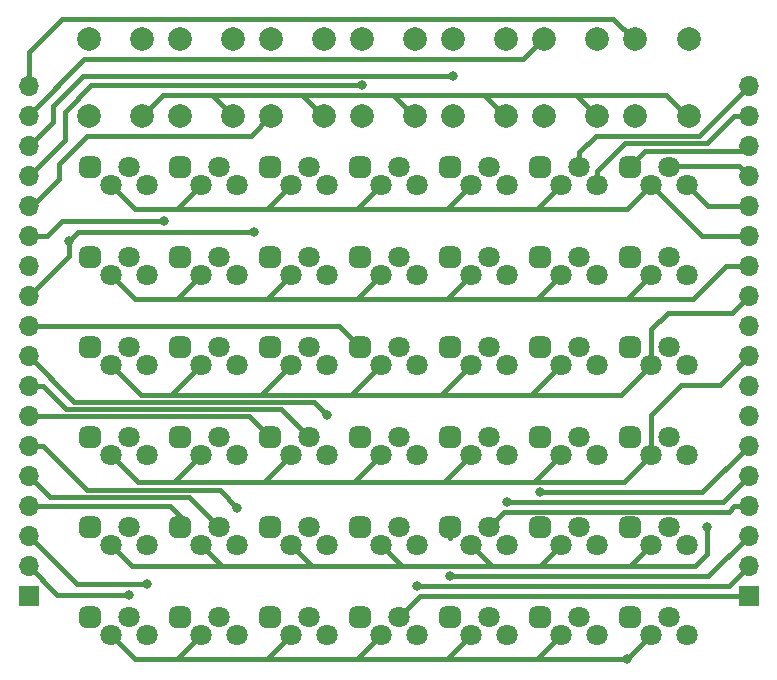
<source format=gbr>
G04 #@! TF.GenerationSoftware,KiCad,Pcbnew,5.1.6+dfsg1-1*
G04 #@! TF.CreationDate,2020-07-01T01:52:49-04:00*
G04 #@! TF.ProjectId,PCB,5043422e-6b69-4636-9164-5f7063625858,rev?*
G04 #@! TF.SameCoordinates,Original*
G04 #@! TF.FileFunction,Copper,L1,Top*
G04 #@! TF.FilePolarity,Positive*
%FSLAX46Y46*%
G04 Gerber Fmt 4.6, Leading zero omitted, Abs format (unit mm)*
G04 Created by KiCad (PCBNEW 5.1.6+dfsg1-1) date 2020-07-01 01:52:49*
%MOMM*%
%LPD*%
G01*
G04 APERTURE LIST*
G04 #@! TA.AperFunction,ComponentPad*
%ADD10C,2.000000*%
G04 #@! TD*
G04 #@! TA.AperFunction,ComponentPad*
%ADD11O,1.700000X1.700000*%
G04 #@! TD*
G04 #@! TA.AperFunction,ComponentPad*
%ADD12R,1.700000X1.700000*%
G04 #@! TD*
G04 #@! TA.AperFunction,ComponentPad*
%ADD13C,1.800000*%
G04 #@! TD*
G04 #@! TA.AperFunction,ViaPad*
%ADD14C,0.800000*%
G04 #@! TD*
G04 #@! TA.AperFunction,Conductor*
%ADD15C,0.381000*%
G04 #@! TD*
G04 APERTURE END LIST*
D10*
X236800000Y-53190000D03*
X241300000Y-53190000D03*
X236800000Y-59690000D03*
X241300000Y-59690000D03*
X229083330Y-53190000D03*
X233583330Y-53190000D03*
X229083330Y-59690000D03*
X233583330Y-59690000D03*
X221366664Y-53190000D03*
X225866664Y-53190000D03*
X221366664Y-59690000D03*
X225866664Y-59690000D03*
X213649998Y-53190000D03*
X218149998Y-53190000D03*
X213649998Y-59690000D03*
X218149998Y-59690000D03*
X205933332Y-53190000D03*
X210433332Y-53190000D03*
X205933332Y-59690000D03*
X210433332Y-59690000D03*
X198216666Y-53190000D03*
X202716666Y-53190000D03*
X198216666Y-59690000D03*
X202716666Y-59690000D03*
X190500000Y-53190000D03*
X195000000Y-53190000D03*
X190500000Y-59690000D03*
X195000000Y-59690000D03*
D11*
X246380000Y-57150000D03*
X246380000Y-59690000D03*
X246380000Y-62230000D03*
X246380000Y-64770000D03*
X246380000Y-67310000D03*
X246380000Y-69850000D03*
X246380000Y-72390000D03*
X246380000Y-74930000D03*
X246380000Y-77470000D03*
X246380000Y-80010000D03*
X246380000Y-82550000D03*
X246380000Y-85090000D03*
X246380000Y-87630000D03*
X246380000Y-90170000D03*
X246380000Y-92710000D03*
X246380000Y-95250000D03*
X246380000Y-97790000D03*
D12*
X246380000Y-100330000D03*
X185420000Y-100330000D03*
D11*
X185420000Y-97790000D03*
X185420000Y-95250000D03*
X185420000Y-92710000D03*
X185420000Y-90170000D03*
X185420000Y-87630000D03*
X185420000Y-85090000D03*
X185420000Y-82550000D03*
X185420000Y-80010000D03*
X185420000Y-77470000D03*
X185420000Y-74930000D03*
X185420000Y-72390000D03*
X185420000Y-69850000D03*
X185420000Y-67310000D03*
X185420000Y-64770000D03*
X185420000Y-62230000D03*
X185420000Y-59690000D03*
X185420000Y-57150000D03*
G04 #@! TA.AperFunction,ComponentPad*
G36*
G01*
X204967000Y-102558000D02*
X204967000Y-101658000D01*
G75*
G02*
X205417000Y-101208000I450000J0D01*
G01*
X206317000Y-101208000D01*
G75*
G02*
X206767000Y-101658000I0J-450000D01*
G01*
X206767000Y-102558000D01*
G75*
G02*
X206317000Y-103008000I-450000J0D01*
G01*
X205417000Y-103008000D01*
G75*
G02*
X204967000Y-102558000I0J450000D01*
G01*
G37*
G04 #@! TD.AperFunction*
D13*
X207645000Y-103632000D03*
X209169000Y-102108000D03*
X210693000Y-103632000D03*
G04 #@! TA.AperFunction,ComponentPad*
G36*
G01*
X235447000Y-102558000D02*
X235447000Y-101658000D01*
G75*
G02*
X235897000Y-101208000I450000J0D01*
G01*
X236797000Y-101208000D01*
G75*
G02*
X237247000Y-101658000I0J-450000D01*
G01*
X237247000Y-102558000D01*
G75*
G02*
X236797000Y-103008000I-450000J0D01*
G01*
X235897000Y-103008000D01*
G75*
G02*
X235447000Y-102558000I0J450000D01*
G01*
G37*
G04 #@! TD.AperFunction*
X238125000Y-103632000D03*
X239649000Y-102108000D03*
X241173000Y-103632000D03*
G04 #@! TA.AperFunction,ComponentPad*
G36*
G01*
X227827000Y-102558000D02*
X227827000Y-101658000D01*
G75*
G02*
X228277000Y-101208000I450000J0D01*
G01*
X229177000Y-101208000D01*
G75*
G02*
X229627000Y-101658000I0J-450000D01*
G01*
X229627000Y-102558000D01*
G75*
G02*
X229177000Y-103008000I-450000J0D01*
G01*
X228277000Y-103008000D01*
G75*
G02*
X227827000Y-102558000I0J450000D01*
G01*
G37*
G04 #@! TD.AperFunction*
X230505000Y-103632000D03*
X232029000Y-102108000D03*
X233553000Y-103632000D03*
G04 #@! TA.AperFunction,ComponentPad*
G36*
G01*
X220207000Y-102558000D02*
X220207000Y-101658000D01*
G75*
G02*
X220657000Y-101208000I450000J0D01*
G01*
X221557000Y-101208000D01*
G75*
G02*
X222007000Y-101658000I0J-450000D01*
G01*
X222007000Y-102558000D01*
G75*
G02*
X221557000Y-103008000I-450000J0D01*
G01*
X220657000Y-103008000D01*
G75*
G02*
X220207000Y-102558000I0J450000D01*
G01*
G37*
G04 #@! TD.AperFunction*
X222885000Y-103632000D03*
X224409000Y-102108000D03*
X225933000Y-103632000D03*
G04 #@! TA.AperFunction,ComponentPad*
G36*
G01*
X212587000Y-102558000D02*
X212587000Y-101658000D01*
G75*
G02*
X213037000Y-101208000I450000J0D01*
G01*
X213937000Y-101208000D01*
G75*
G02*
X214387000Y-101658000I0J-450000D01*
G01*
X214387000Y-102558000D01*
G75*
G02*
X213937000Y-103008000I-450000J0D01*
G01*
X213037000Y-103008000D01*
G75*
G02*
X212587000Y-102558000I0J450000D01*
G01*
G37*
G04 #@! TD.AperFunction*
X215265000Y-103632000D03*
X216789000Y-102108000D03*
X218313000Y-103632000D03*
G04 #@! TA.AperFunction,ComponentPad*
G36*
G01*
X197347000Y-102558000D02*
X197347000Y-101658000D01*
G75*
G02*
X197797000Y-101208000I450000J0D01*
G01*
X198697000Y-101208000D01*
G75*
G02*
X199147000Y-101658000I0J-450000D01*
G01*
X199147000Y-102558000D01*
G75*
G02*
X198697000Y-103008000I-450000J0D01*
G01*
X197797000Y-103008000D01*
G75*
G02*
X197347000Y-102558000I0J450000D01*
G01*
G37*
G04 #@! TD.AperFunction*
X200025000Y-103632000D03*
X201549000Y-102108000D03*
X203073000Y-103632000D03*
G04 #@! TA.AperFunction,ComponentPad*
G36*
G01*
X189727000Y-102558000D02*
X189727000Y-101658000D01*
G75*
G02*
X190177000Y-101208000I450000J0D01*
G01*
X191077000Y-101208000D01*
G75*
G02*
X191527000Y-101658000I0J-450000D01*
G01*
X191527000Y-102558000D01*
G75*
G02*
X191077000Y-103008000I-450000J0D01*
G01*
X190177000Y-103008000D01*
G75*
G02*
X189727000Y-102558000I0J450000D01*
G01*
G37*
G04 #@! TD.AperFunction*
X192405000Y-103632000D03*
X193929000Y-102108000D03*
X195453000Y-103632000D03*
G04 #@! TA.AperFunction,ComponentPad*
G36*
G01*
X235447000Y-94938000D02*
X235447000Y-94038000D01*
G75*
G02*
X235897000Y-93588000I450000J0D01*
G01*
X236797000Y-93588000D01*
G75*
G02*
X237247000Y-94038000I0J-450000D01*
G01*
X237247000Y-94938000D01*
G75*
G02*
X236797000Y-95388000I-450000J0D01*
G01*
X235897000Y-95388000D01*
G75*
G02*
X235447000Y-94938000I0J450000D01*
G01*
G37*
G04 #@! TD.AperFunction*
X238125000Y-96012000D03*
X239649000Y-94488000D03*
X241173000Y-96012000D03*
G04 #@! TA.AperFunction,ComponentPad*
G36*
G01*
X227827000Y-94938000D02*
X227827000Y-94038000D01*
G75*
G02*
X228277000Y-93588000I450000J0D01*
G01*
X229177000Y-93588000D01*
G75*
G02*
X229627000Y-94038000I0J-450000D01*
G01*
X229627000Y-94938000D01*
G75*
G02*
X229177000Y-95388000I-450000J0D01*
G01*
X228277000Y-95388000D01*
G75*
G02*
X227827000Y-94938000I0J450000D01*
G01*
G37*
G04 #@! TD.AperFunction*
X230505000Y-96012000D03*
X232029000Y-94488000D03*
X233553000Y-96012000D03*
G04 #@! TA.AperFunction,ComponentPad*
G36*
G01*
X220207000Y-94938000D02*
X220207000Y-94038000D01*
G75*
G02*
X220657000Y-93588000I450000J0D01*
G01*
X221557000Y-93588000D01*
G75*
G02*
X222007000Y-94038000I0J-450000D01*
G01*
X222007000Y-94938000D01*
G75*
G02*
X221557000Y-95388000I-450000J0D01*
G01*
X220657000Y-95388000D01*
G75*
G02*
X220207000Y-94938000I0J450000D01*
G01*
G37*
G04 #@! TD.AperFunction*
X222885000Y-96012000D03*
X224409000Y-94488000D03*
X225933000Y-96012000D03*
G04 #@! TA.AperFunction,ComponentPad*
G36*
G01*
X212587000Y-94938000D02*
X212587000Y-94038000D01*
G75*
G02*
X213037000Y-93588000I450000J0D01*
G01*
X213937000Y-93588000D01*
G75*
G02*
X214387000Y-94038000I0J-450000D01*
G01*
X214387000Y-94938000D01*
G75*
G02*
X213937000Y-95388000I-450000J0D01*
G01*
X213037000Y-95388000D01*
G75*
G02*
X212587000Y-94938000I0J450000D01*
G01*
G37*
G04 #@! TD.AperFunction*
X215265000Y-96012000D03*
X216789000Y-94488000D03*
X218313000Y-96012000D03*
G04 #@! TA.AperFunction,ComponentPad*
G36*
G01*
X204967000Y-94938000D02*
X204967000Y-94038000D01*
G75*
G02*
X205417000Y-93588000I450000J0D01*
G01*
X206317000Y-93588000D01*
G75*
G02*
X206767000Y-94038000I0J-450000D01*
G01*
X206767000Y-94938000D01*
G75*
G02*
X206317000Y-95388000I-450000J0D01*
G01*
X205417000Y-95388000D01*
G75*
G02*
X204967000Y-94938000I0J450000D01*
G01*
G37*
G04 #@! TD.AperFunction*
X207645000Y-96012000D03*
X209169000Y-94488000D03*
X210693000Y-96012000D03*
G04 #@! TA.AperFunction,ComponentPad*
G36*
G01*
X197347000Y-94938000D02*
X197347000Y-94038000D01*
G75*
G02*
X197797000Y-93588000I450000J0D01*
G01*
X198697000Y-93588000D01*
G75*
G02*
X199147000Y-94038000I0J-450000D01*
G01*
X199147000Y-94938000D01*
G75*
G02*
X198697000Y-95388000I-450000J0D01*
G01*
X197797000Y-95388000D01*
G75*
G02*
X197347000Y-94938000I0J450000D01*
G01*
G37*
G04 #@! TD.AperFunction*
X200025000Y-96012000D03*
X201549000Y-94488000D03*
X203073000Y-96012000D03*
G04 #@! TA.AperFunction,ComponentPad*
G36*
G01*
X189727000Y-94938000D02*
X189727000Y-94038000D01*
G75*
G02*
X190177000Y-93588000I450000J0D01*
G01*
X191077000Y-93588000D01*
G75*
G02*
X191527000Y-94038000I0J-450000D01*
G01*
X191527000Y-94938000D01*
G75*
G02*
X191077000Y-95388000I-450000J0D01*
G01*
X190177000Y-95388000D01*
G75*
G02*
X189727000Y-94938000I0J450000D01*
G01*
G37*
G04 #@! TD.AperFunction*
X192405000Y-96012000D03*
X193929000Y-94488000D03*
X195453000Y-96012000D03*
G04 #@! TA.AperFunction,ComponentPad*
G36*
G01*
X235447000Y-87318000D02*
X235447000Y-86418000D01*
G75*
G02*
X235897000Y-85968000I450000J0D01*
G01*
X236797000Y-85968000D01*
G75*
G02*
X237247000Y-86418000I0J-450000D01*
G01*
X237247000Y-87318000D01*
G75*
G02*
X236797000Y-87768000I-450000J0D01*
G01*
X235897000Y-87768000D01*
G75*
G02*
X235447000Y-87318000I0J450000D01*
G01*
G37*
G04 #@! TD.AperFunction*
X238125000Y-88392000D03*
X239649000Y-86868000D03*
X241173000Y-88392000D03*
G04 #@! TA.AperFunction,ComponentPad*
G36*
G01*
X227827000Y-87318000D02*
X227827000Y-86418000D01*
G75*
G02*
X228277000Y-85968000I450000J0D01*
G01*
X229177000Y-85968000D01*
G75*
G02*
X229627000Y-86418000I0J-450000D01*
G01*
X229627000Y-87318000D01*
G75*
G02*
X229177000Y-87768000I-450000J0D01*
G01*
X228277000Y-87768000D01*
G75*
G02*
X227827000Y-87318000I0J450000D01*
G01*
G37*
G04 #@! TD.AperFunction*
X230505000Y-88392000D03*
X232029000Y-86868000D03*
X233553000Y-88392000D03*
G04 #@! TA.AperFunction,ComponentPad*
G36*
G01*
X220207000Y-87318000D02*
X220207000Y-86418000D01*
G75*
G02*
X220657000Y-85968000I450000J0D01*
G01*
X221557000Y-85968000D01*
G75*
G02*
X222007000Y-86418000I0J-450000D01*
G01*
X222007000Y-87318000D01*
G75*
G02*
X221557000Y-87768000I-450000J0D01*
G01*
X220657000Y-87768000D01*
G75*
G02*
X220207000Y-87318000I0J450000D01*
G01*
G37*
G04 #@! TD.AperFunction*
X222885000Y-88392000D03*
X224409000Y-86868000D03*
X225933000Y-88392000D03*
G04 #@! TA.AperFunction,ComponentPad*
G36*
G01*
X212587000Y-87318000D02*
X212587000Y-86418000D01*
G75*
G02*
X213037000Y-85968000I450000J0D01*
G01*
X213937000Y-85968000D01*
G75*
G02*
X214387000Y-86418000I0J-450000D01*
G01*
X214387000Y-87318000D01*
G75*
G02*
X213937000Y-87768000I-450000J0D01*
G01*
X213037000Y-87768000D01*
G75*
G02*
X212587000Y-87318000I0J450000D01*
G01*
G37*
G04 #@! TD.AperFunction*
X215265000Y-88392000D03*
X216789000Y-86868000D03*
X218313000Y-88392000D03*
G04 #@! TA.AperFunction,ComponentPad*
G36*
G01*
X204967000Y-87318000D02*
X204967000Y-86418000D01*
G75*
G02*
X205417000Y-85968000I450000J0D01*
G01*
X206317000Y-85968000D01*
G75*
G02*
X206767000Y-86418000I0J-450000D01*
G01*
X206767000Y-87318000D01*
G75*
G02*
X206317000Y-87768000I-450000J0D01*
G01*
X205417000Y-87768000D01*
G75*
G02*
X204967000Y-87318000I0J450000D01*
G01*
G37*
G04 #@! TD.AperFunction*
X207645000Y-88392000D03*
X209169000Y-86868000D03*
X210693000Y-88392000D03*
G04 #@! TA.AperFunction,ComponentPad*
G36*
G01*
X197347000Y-87318000D02*
X197347000Y-86418000D01*
G75*
G02*
X197797000Y-85968000I450000J0D01*
G01*
X198697000Y-85968000D01*
G75*
G02*
X199147000Y-86418000I0J-450000D01*
G01*
X199147000Y-87318000D01*
G75*
G02*
X198697000Y-87768000I-450000J0D01*
G01*
X197797000Y-87768000D01*
G75*
G02*
X197347000Y-87318000I0J450000D01*
G01*
G37*
G04 #@! TD.AperFunction*
X200025000Y-88392000D03*
X201549000Y-86868000D03*
X203073000Y-88392000D03*
G04 #@! TA.AperFunction,ComponentPad*
G36*
G01*
X189727000Y-87318000D02*
X189727000Y-86418000D01*
G75*
G02*
X190177000Y-85968000I450000J0D01*
G01*
X191077000Y-85968000D01*
G75*
G02*
X191527000Y-86418000I0J-450000D01*
G01*
X191527000Y-87318000D01*
G75*
G02*
X191077000Y-87768000I-450000J0D01*
G01*
X190177000Y-87768000D01*
G75*
G02*
X189727000Y-87318000I0J450000D01*
G01*
G37*
G04 #@! TD.AperFunction*
X192405000Y-88392000D03*
X193929000Y-86868000D03*
X195453000Y-88392000D03*
G04 #@! TA.AperFunction,ComponentPad*
G36*
G01*
X235447000Y-79698000D02*
X235447000Y-78798000D01*
G75*
G02*
X235897000Y-78348000I450000J0D01*
G01*
X236797000Y-78348000D01*
G75*
G02*
X237247000Y-78798000I0J-450000D01*
G01*
X237247000Y-79698000D01*
G75*
G02*
X236797000Y-80148000I-450000J0D01*
G01*
X235897000Y-80148000D01*
G75*
G02*
X235447000Y-79698000I0J450000D01*
G01*
G37*
G04 #@! TD.AperFunction*
X238125000Y-80772000D03*
X239649000Y-79248000D03*
X241173000Y-80772000D03*
G04 #@! TA.AperFunction,ComponentPad*
G36*
G01*
X227827000Y-79698000D02*
X227827000Y-78798000D01*
G75*
G02*
X228277000Y-78348000I450000J0D01*
G01*
X229177000Y-78348000D01*
G75*
G02*
X229627000Y-78798000I0J-450000D01*
G01*
X229627000Y-79698000D01*
G75*
G02*
X229177000Y-80148000I-450000J0D01*
G01*
X228277000Y-80148000D01*
G75*
G02*
X227827000Y-79698000I0J450000D01*
G01*
G37*
G04 #@! TD.AperFunction*
X230505000Y-80772000D03*
X232029000Y-79248000D03*
X233553000Y-80772000D03*
G04 #@! TA.AperFunction,ComponentPad*
G36*
G01*
X220207000Y-79698000D02*
X220207000Y-78798000D01*
G75*
G02*
X220657000Y-78348000I450000J0D01*
G01*
X221557000Y-78348000D01*
G75*
G02*
X222007000Y-78798000I0J-450000D01*
G01*
X222007000Y-79698000D01*
G75*
G02*
X221557000Y-80148000I-450000J0D01*
G01*
X220657000Y-80148000D01*
G75*
G02*
X220207000Y-79698000I0J450000D01*
G01*
G37*
G04 #@! TD.AperFunction*
X222885000Y-80772000D03*
X224409000Y-79248000D03*
X225933000Y-80772000D03*
G04 #@! TA.AperFunction,ComponentPad*
G36*
G01*
X212587000Y-79698000D02*
X212587000Y-78798000D01*
G75*
G02*
X213037000Y-78348000I450000J0D01*
G01*
X213937000Y-78348000D01*
G75*
G02*
X214387000Y-78798000I0J-450000D01*
G01*
X214387000Y-79698000D01*
G75*
G02*
X213937000Y-80148000I-450000J0D01*
G01*
X213037000Y-80148000D01*
G75*
G02*
X212587000Y-79698000I0J450000D01*
G01*
G37*
G04 #@! TD.AperFunction*
X215265000Y-80772000D03*
X216789000Y-79248000D03*
X218313000Y-80772000D03*
G04 #@! TA.AperFunction,ComponentPad*
G36*
G01*
X204967000Y-79698000D02*
X204967000Y-78798000D01*
G75*
G02*
X205417000Y-78348000I450000J0D01*
G01*
X206317000Y-78348000D01*
G75*
G02*
X206767000Y-78798000I0J-450000D01*
G01*
X206767000Y-79698000D01*
G75*
G02*
X206317000Y-80148000I-450000J0D01*
G01*
X205417000Y-80148000D01*
G75*
G02*
X204967000Y-79698000I0J450000D01*
G01*
G37*
G04 #@! TD.AperFunction*
X207645000Y-80772000D03*
X209169000Y-79248000D03*
X210693000Y-80772000D03*
G04 #@! TA.AperFunction,ComponentPad*
G36*
G01*
X197347000Y-79698000D02*
X197347000Y-78798000D01*
G75*
G02*
X197797000Y-78348000I450000J0D01*
G01*
X198697000Y-78348000D01*
G75*
G02*
X199147000Y-78798000I0J-450000D01*
G01*
X199147000Y-79698000D01*
G75*
G02*
X198697000Y-80148000I-450000J0D01*
G01*
X197797000Y-80148000D01*
G75*
G02*
X197347000Y-79698000I0J450000D01*
G01*
G37*
G04 #@! TD.AperFunction*
X200025000Y-80772000D03*
X201549000Y-79248000D03*
X203073000Y-80772000D03*
G04 #@! TA.AperFunction,ComponentPad*
G36*
G01*
X189727000Y-79698000D02*
X189727000Y-78798000D01*
G75*
G02*
X190177000Y-78348000I450000J0D01*
G01*
X191077000Y-78348000D01*
G75*
G02*
X191527000Y-78798000I0J-450000D01*
G01*
X191527000Y-79698000D01*
G75*
G02*
X191077000Y-80148000I-450000J0D01*
G01*
X190177000Y-80148000D01*
G75*
G02*
X189727000Y-79698000I0J450000D01*
G01*
G37*
G04 #@! TD.AperFunction*
X192405000Y-80772000D03*
X193929000Y-79248000D03*
X195453000Y-80772000D03*
G04 #@! TA.AperFunction,ComponentPad*
G36*
G01*
X235447000Y-72078000D02*
X235447000Y-71178000D01*
G75*
G02*
X235897000Y-70728000I450000J0D01*
G01*
X236797000Y-70728000D01*
G75*
G02*
X237247000Y-71178000I0J-450000D01*
G01*
X237247000Y-72078000D01*
G75*
G02*
X236797000Y-72528000I-450000J0D01*
G01*
X235897000Y-72528000D01*
G75*
G02*
X235447000Y-72078000I0J450000D01*
G01*
G37*
G04 #@! TD.AperFunction*
X238125000Y-73152000D03*
X239649000Y-71628000D03*
X241173000Y-73152000D03*
G04 #@! TA.AperFunction,ComponentPad*
G36*
G01*
X227827000Y-72078000D02*
X227827000Y-71178000D01*
G75*
G02*
X228277000Y-70728000I450000J0D01*
G01*
X229177000Y-70728000D01*
G75*
G02*
X229627000Y-71178000I0J-450000D01*
G01*
X229627000Y-72078000D01*
G75*
G02*
X229177000Y-72528000I-450000J0D01*
G01*
X228277000Y-72528000D01*
G75*
G02*
X227827000Y-72078000I0J450000D01*
G01*
G37*
G04 #@! TD.AperFunction*
X230505000Y-73152000D03*
X232029000Y-71628000D03*
X233553000Y-73152000D03*
G04 #@! TA.AperFunction,ComponentPad*
G36*
G01*
X220207000Y-72078000D02*
X220207000Y-71178000D01*
G75*
G02*
X220657000Y-70728000I450000J0D01*
G01*
X221557000Y-70728000D01*
G75*
G02*
X222007000Y-71178000I0J-450000D01*
G01*
X222007000Y-72078000D01*
G75*
G02*
X221557000Y-72528000I-450000J0D01*
G01*
X220657000Y-72528000D01*
G75*
G02*
X220207000Y-72078000I0J450000D01*
G01*
G37*
G04 #@! TD.AperFunction*
X222885000Y-73152000D03*
X224409000Y-71628000D03*
X225933000Y-73152000D03*
G04 #@! TA.AperFunction,ComponentPad*
G36*
G01*
X212587000Y-72078000D02*
X212587000Y-71178000D01*
G75*
G02*
X213037000Y-70728000I450000J0D01*
G01*
X213937000Y-70728000D01*
G75*
G02*
X214387000Y-71178000I0J-450000D01*
G01*
X214387000Y-72078000D01*
G75*
G02*
X213937000Y-72528000I-450000J0D01*
G01*
X213037000Y-72528000D01*
G75*
G02*
X212587000Y-72078000I0J450000D01*
G01*
G37*
G04 #@! TD.AperFunction*
X215265000Y-73152000D03*
X216789000Y-71628000D03*
X218313000Y-73152000D03*
G04 #@! TA.AperFunction,ComponentPad*
G36*
G01*
X204967000Y-72078000D02*
X204967000Y-71178000D01*
G75*
G02*
X205417000Y-70728000I450000J0D01*
G01*
X206317000Y-70728000D01*
G75*
G02*
X206767000Y-71178000I0J-450000D01*
G01*
X206767000Y-72078000D01*
G75*
G02*
X206317000Y-72528000I-450000J0D01*
G01*
X205417000Y-72528000D01*
G75*
G02*
X204967000Y-72078000I0J450000D01*
G01*
G37*
G04 #@! TD.AperFunction*
X207645000Y-73152000D03*
X209169000Y-71628000D03*
X210693000Y-73152000D03*
G04 #@! TA.AperFunction,ComponentPad*
G36*
G01*
X197347000Y-72078000D02*
X197347000Y-71178000D01*
G75*
G02*
X197797000Y-70728000I450000J0D01*
G01*
X198697000Y-70728000D01*
G75*
G02*
X199147000Y-71178000I0J-450000D01*
G01*
X199147000Y-72078000D01*
G75*
G02*
X198697000Y-72528000I-450000J0D01*
G01*
X197797000Y-72528000D01*
G75*
G02*
X197347000Y-72078000I0J450000D01*
G01*
G37*
G04 #@! TD.AperFunction*
X200025000Y-73152000D03*
X201549000Y-71628000D03*
X203073000Y-73152000D03*
G04 #@! TA.AperFunction,ComponentPad*
G36*
G01*
X189727000Y-72078000D02*
X189727000Y-71178000D01*
G75*
G02*
X190177000Y-70728000I450000J0D01*
G01*
X191077000Y-70728000D01*
G75*
G02*
X191527000Y-71178000I0J-450000D01*
G01*
X191527000Y-72078000D01*
G75*
G02*
X191077000Y-72528000I-450000J0D01*
G01*
X190177000Y-72528000D01*
G75*
G02*
X189727000Y-72078000I0J450000D01*
G01*
G37*
G04 #@! TD.AperFunction*
X192405000Y-73152000D03*
X193929000Y-71628000D03*
X195453000Y-73152000D03*
G04 #@! TA.AperFunction,ComponentPad*
G36*
G01*
X235447000Y-64458000D02*
X235447000Y-63558000D01*
G75*
G02*
X235897000Y-63108000I450000J0D01*
G01*
X236797000Y-63108000D01*
G75*
G02*
X237247000Y-63558000I0J-450000D01*
G01*
X237247000Y-64458000D01*
G75*
G02*
X236797000Y-64908000I-450000J0D01*
G01*
X235897000Y-64908000D01*
G75*
G02*
X235447000Y-64458000I0J450000D01*
G01*
G37*
G04 #@! TD.AperFunction*
X238125000Y-65532000D03*
X239649000Y-64008000D03*
X241173000Y-65532000D03*
G04 #@! TA.AperFunction,ComponentPad*
G36*
G01*
X227827000Y-64458000D02*
X227827000Y-63558000D01*
G75*
G02*
X228277000Y-63108000I450000J0D01*
G01*
X229177000Y-63108000D01*
G75*
G02*
X229627000Y-63558000I0J-450000D01*
G01*
X229627000Y-64458000D01*
G75*
G02*
X229177000Y-64908000I-450000J0D01*
G01*
X228277000Y-64908000D01*
G75*
G02*
X227827000Y-64458000I0J450000D01*
G01*
G37*
G04 #@! TD.AperFunction*
X230505000Y-65532000D03*
X232029000Y-64008000D03*
X233553000Y-65532000D03*
G04 #@! TA.AperFunction,ComponentPad*
G36*
G01*
X220207000Y-64458000D02*
X220207000Y-63558000D01*
G75*
G02*
X220657000Y-63108000I450000J0D01*
G01*
X221557000Y-63108000D01*
G75*
G02*
X222007000Y-63558000I0J-450000D01*
G01*
X222007000Y-64458000D01*
G75*
G02*
X221557000Y-64908000I-450000J0D01*
G01*
X220657000Y-64908000D01*
G75*
G02*
X220207000Y-64458000I0J450000D01*
G01*
G37*
G04 #@! TD.AperFunction*
X222885000Y-65532000D03*
X224409000Y-64008000D03*
X225933000Y-65532000D03*
G04 #@! TA.AperFunction,ComponentPad*
G36*
G01*
X212587000Y-64458000D02*
X212587000Y-63558000D01*
G75*
G02*
X213037000Y-63108000I450000J0D01*
G01*
X213937000Y-63108000D01*
G75*
G02*
X214387000Y-63558000I0J-450000D01*
G01*
X214387000Y-64458000D01*
G75*
G02*
X213937000Y-64908000I-450000J0D01*
G01*
X213037000Y-64908000D01*
G75*
G02*
X212587000Y-64458000I0J450000D01*
G01*
G37*
G04 #@! TD.AperFunction*
X215265000Y-65532000D03*
X216789000Y-64008000D03*
X218313000Y-65532000D03*
G04 #@! TA.AperFunction,ComponentPad*
G36*
G01*
X204967000Y-64458000D02*
X204967000Y-63558000D01*
G75*
G02*
X205417000Y-63108000I450000J0D01*
G01*
X206317000Y-63108000D01*
G75*
G02*
X206767000Y-63558000I0J-450000D01*
G01*
X206767000Y-64458000D01*
G75*
G02*
X206317000Y-64908000I-450000J0D01*
G01*
X205417000Y-64908000D01*
G75*
G02*
X204967000Y-64458000I0J450000D01*
G01*
G37*
G04 #@! TD.AperFunction*
X207645000Y-65532000D03*
X209169000Y-64008000D03*
X210693000Y-65532000D03*
G04 #@! TA.AperFunction,ComponentPad*
G36*
G01*
X197347000Y-64458000D02*
X197347000Y-63558000D01*
G75*
G02*
X197797000Y-63108000I450000J0D01*
G01*
X198697000Y-63108000D01*
G75*
G02*
X199147000Y-63558000I0J-450000D01*
G01*
X199147000Y-64458000D01*
G75*
G02*
X198697000Y-64908000I-450000J0D01*
G01*
X197797000Y-64908000D01*
G75*
G02*
X197347000Y-64458000I0J450000D01*
G01*
G37*
G04 #@! TD.AperFunction*
X200025000Y-65532000D03*
X201549000Y-64008000D03*
X203073000Y-65532000D03*
G04 #@! TA.AperFunction,ComponentPad*
G36*
G01*
X189727000Y-64458000D02*
X189727000Y-63558000D01*
G75*
G02*
X190177000Y-63108000I450000J0D01*
G01*
X191077000Y-63108000D01*
G75*
G02*
X191527000Y-63558000I0J-450000D01*
G01*
X191527000Y-64458000D01*
G75*
G02*
X191077000Y-64908000I-450000J0D01*
G01*
X190177000Y-64908000D01*
G75*
G02*
X189727000Y-64458000I0J450000D01*
G01*
G37*
G04 #@! TD.AperFunction*
X192405000Y-65532000D03*
X193929000Y-64008000D03*
X195453000Y-65532000D03*
D14*
X242824000Y-94488000D03*
X236093000Y-105664000D03*
X221107000Y-98647300D03*
X218313000Y-99441000D03*
X210693000Y-84963000D03*
X203073000Y-92837000D03*
X195453000Y-99345700D03*
X193929000Y-100203000D03*
X228727000Y-91535300D03*
X225933000Y-92329000D03*
X221361000Y-56260998D03*
X213614000Y-57054710D03*
X196850000Y-68580000D03*
X204470000Y-69469000D03*
X188849000Y-70231000D03*
D15*
X192405000Y-65532000D02*
X194437000Y-67564000D01*
X197993000Y-67564000D02*
X200025000Y-65532000D01*
X194437000Y-67564000D02*
X197993000Y-67564000D01*
X205613000Y-67564000D02*
X207645000Y-65532000D01*
X197993000Y-67564000D02*
X205613000Y-67564000D01*
X220853000Y-67564000D02*
X222885000Y-65532000D01*
X228473000Y-67564000D02*
X230505000Y-65532000D01*
X220853000Y-67564000D02*
X228473000Y-67564000D01*
X236093000Y-67564000D02*
X238125000Y-65532000D01*
X228473000Y-67564000D02*
X236093000Y-67564000D01*
X213233000Y-67564000D02*
X215265000Y-65532000D01*
X205613000Y-67564000D02*
X213233000Y-67564000D01*
X213233000Y-67564000D02*
X217424000Y-67564000D01*
X217297000Y-67564000D02*
X217424000Y-67564000D01*
X217424000Y-67564000D02*
X220853000Y-67564000D01*
X242443000Y-69850000D02*
X246380000Y-69850000D01*
X238125000Y-65532000D02*
X242443000Y-69850000D01*
X192405000Y-73152000D02*
X194437000Y-75184000D01*
X197993000Y-75184000D02*
X200025000Y-73152000D01*
X194437000Y-75184000D02*
X197993000Y-75184000D01*
X205613000Y-75184000D02*
X207645000Y-73152000D01*
X197993000Y-75184000D02*
X205613000Y-75184000D01*
X213233000Y-75184000D02*
X215265000Y-73152000D01*
X205613000Y-75184000D02*
X213233000Y-75184000D01*
X220853000Y-75184000D02*
X222885000Y-73152000D01*
X213233000Y-75184000D02*
X220853000Y-75184000D01*
X228473000Y-75184000D02*
X230505000Y-73152000D01*
X220853000Y-75184000D02*
X228473000Y-75184000D01*
X236093000Y-75184000D02*
X238125000Y-73152000D01*
X228473000Y-75184000D02*
X236093000Y-75184000D01*
X244475000Y-72390000D02*
X246380000Y-72390000D01*
X236093000Y-75184000D02*
X241681000Y-75184000D01*
X241681000Y-75184000D02*
X244475000Y-72390000D01*
X192405000Y-80772000D02*
X194945000Y-83312000D01*
X197485000Y-83312000D02*
X200025000Y-80772000D01*
X194945000Y-83312000D02*
X197485000Y-83312000D01*
X205105000Y-83312000D02*
X207645000Y-80772000D01*
X197485000Y-83312000D02*
X205105000Y-83312000D01*
X212725000Y-83312000D02*
X215265000Y-80772000D01*
X205105000Y-83312000D02*
X212725000Y-83312000D01*
X220345000Y-83312000D02*
X222885000Y-80772000D01*
X212725000Y-83312000D02*
X220345000Y-83312000D01*
X227965000Y-83312000D02*
X230505000Y-80772000D01*
X220345000Y-83312000D02*
X227965000Y-83312000D01*
X235585000Y-83312000D02*
X238125000Y-80772000D01*
X227965000Y-83312000D02*
X235585000Y-83312000D01*
X238125000Y-80772000D02*
X238125000Y-77724000D01*
X238125000Y-77724000D02*
X239522000Y-76327000D01*
X244983000Y-76327000D02*
X246380000Y-74930000D01*
X239522000Y-76327000D02*
X244983000Y-76327000D01*
X197739000Y-90678000D02*
X200025000Y-88392000D01*
X192405000Y-88392000D02*
X194691000Y-90678000D01*
X194691000Y-90678000D02*
X197739000Y-90678000D01*
X205359000Y-90678000D02*
X207645000Y-88392000D01*
X197739000Y-90678000D02*
X205359000Y-90678000D01*
X212979000Y-90678000D02*
X215265000Y-88392000D01*
X205359000Y-90678000D02*
X212979000Y-90678000D01*
X212979000Y-90678000D02*
X220599000Y-90678000D01*
X220599000Y-90678000D02*
X222885000Y-88392000D01*
X228219000Y-90678000D02*
X230505000Y-88392000D01*
X220599000Y-90678000D02*
X228219000Y-90678000D01*
X235839000Y-90678000D02*
X238125000Y-88392000D01*
X228219000Y-90678000D02*
X235839000Y-90678000D01*
X240665000Y-82423000D02*
X243967000Y-82423000D01*
X238125000Y-88392000D02*
X238125000Y-84963000D01*
X243967000Y-82423000D02*
X246380000Y-80010000D01*
X238125000Y-84963000D02*
X240665000Y-82423000D01*
X236347000Y-97790000D02*
X238125000Y-96012000D01*
X228727000Y-97790000D02*
X236347000Y-97790000D01*
X228727000Y-97790000D02*
X230505000Y-96012000D01*
X226949000Y-97790000D02*
X228727000Y-97790000D01*
X227711000Y-97790000D02*
X228727000Y-97790000D01*
X194119500Y-97726500D02*
X194183000Y-97790000D01*
X194183000Y-97790000D02*
X194818000Y-97790000D01*
X192405000Y-96012000D02*
X194183000Y-97790000D01*
X201803000Y-97790000D02*
X205232000Y-97790000D01*
X194818000Y-97790000D02*
X205232000Y-97790000D01*
X200025000Y-96012000D02*
X201803000Y-97790000D01*
X209423000Y-97790000D02*
X211582000Y-97790000D01*
X207645000Y-96012000D02*
X209423000Y-97790000D01*
X205232000Y-97790000D02*
X211582000Y-97790000D01*
X217043000Y-97790000D02*
X219456000Y-97790000D01*
X215265000Y-96012000D02*
X217043000Y-97790000D01*
X211582000Y-97790000D02*
X219456000Y-97790000D01*
X224663000Y-97790000D02*
X226695000Y-97790000D01*
X222885000Y-96012000D02*
X224663000Y-97790000D01*
X219456000Y-97790000D02*
X226695000Y-97790000D01*
X226695000Y-97790000D02*
X227711000Y-97790000D01*
X241808000Y-97790000D02*
X236347000Y-97790000D01*
X242824000Y-94488000D02*
X242824000Y-96774000D01*
X242824000Y-96774000D02*
X241808000Y-97790000D01*
X192405000Y-103632000D02*
X194437000Y-105664000D01*
X197993000Y-105664000D02*
X200025000Y-103632000D01*
X194437000Y-105664000D02*
X197993000Y-105664000D01*
X205613000Y-105664000D02*
X207645000Y-103632000D01*
X197993000Y-105664000D02*
X205613000Y-105664000D01*
X213233000Y-105664000D02*
X215265000Y-103632000D01*
X205613000Y-105664000D02*
X213233000Y-105664000D01*
X220853000Y-105664000D02*
X222885000Y-103632000D01*
X213233000Y-105664000D02*
X220853000Y-105664000D01*
X228473000Y-105664000D02*
X230505000Y-103632000D01*
X220853000Y-105664000D02*
X228473000Y-105664000D01*
X236093000Y-105664000D02*
X238125000Y-103632000D01*
X228473000Y-105664000D02*
X236093000Y-105664000D01*
X244693629Y-93194290D02*
X225702710Y-93194290D01*
X246380000Y-92710000D02*
X245177919Y-92710000D01*
X225702710Y-93194290D02*
X224409000Y-94488000D01*
X245177919Y-92710000D02*
X244693629Y-93194290D01*
X221107000Y-95388000D02*
X221107000Y-94488000D01*
X246380000Y-95250000D02*
X242982700Y-98647300D01*
X242982700Y-98647300D02*
X221107000Y-98647300D01*
X246380000Y-97790000D02*
X244729000Y-99441000D01*
X244729000Y-99441000D02*
X218313000Y-99441000D01*
X218567000Y-100330000D02*
X216789000Y-102108000D01*
X246380000Y-100330000D02*
X218567000Y-100330000D01*
X211709000Y-77470000D02*
X213487000Y-79248000D01*
X185420000Y-77470000D02*
X211709000Y-77470000D01*
X185420000Y-80010000D02*
X189306210Y-83896210D01*
X209626210Y-83896210D02*
X210693000Y-84963000D01*
X189306210Y-83896210D02*
X209626210Y-83896210D01*
X186622081Y-82550000D02*
X188577871Y-84505790D01*
X185420000Y-82550000D02*
X186622081Y-82550000D01*
X206806790Y-84505790D02*
X209169000Y-86868000D01*
X188577871Y-84505790D02*
X206806790Y-84505790D01*
X204089000Y-85090000D02*
X205867000Y-86868000D01*
X185420000Y-85090000D02*
X204089000Y-85090000D01*
X186622081Y-87630000D02*
X190355871Y-91363790D01*
X185420000Y-87630000D02*
X186622081Y-87630000D01*
X190355871Y-91363790D02*
X201599790Y-91363790D01*
X201599790Y-91363790D02*
X203073000Y-92837000D01*
X185420000Y-90170000D02*
X187198000Y-91948000D01*
X199009000Y-91948000D02*
X201549000Y-94488000D01*
X187198000Y-91948000D02*
X199009000Y-91948000D01*
X198247000Y-93588000D02*
X198247000Y-94488000D01*
X197369000Y-92710000D02*
X198247000Y-93588000D01*
X185420000Y-92710000D02*
X197369000Y-92710000D01*
X185420000Y-95250000D02*
X189515700Y-99345700D01*
X189515700Y-99345700D02*
X195453000Y-99345700D01*
X187833000Y-100203000D02*
X193929000Y-100203000D01*
X185420000Y-97790000D02*
X187833000Y-100203000D01*
X242951000Y-67310000D02*
X241173000Y-65532000D01*
X246380000Y-67310000D02*
X242951000Y-67310000D01*
X239736999Y-63920001D02*
X239649000Y-64008000D01*
X245530001Y-63920001D02*
X239736999Y-63920001D01*
X246380000Y-64770000D02*
X245530001Y-63920001D01*
X245999000Y-62611000D02*
X246380000Y-62230000D01*
X236347000Y-64008000D02*
X236347000Y-63875500D01*
X237611500Y-62611000D02*
X245999000Y-62611000D01*
X236347000Y-63875500D02*
X237611500Y-62611000D01*
X233553000Y-64324104D02*
X233553000Y-65532000D01*
X235901104Y-61976000D02*
X233553000Y-64324104D01*
X242891919Y-61976000D02*
X235901104Y-61976000D01*
X246380000Y-59690000D02*
X245177919Y-59690000D01*
X245177919Y-59690000D02*
X242891919Y-61976000D01*
X233423208Y-61341000D02*
X242189000Y-61341000D01*
X242189000Y-61341000D02*
X246380000Y-57150000D01*
X232029000Y-64008000D02*
X232029000Y-62735208D01*
X232029000Y-62735208D02*
X233423208Y-61341000D01*
X246380000Y-87630000D02*
X242474700Y-91535300D01*
X242474700Y-91535300D02*
X228727000Y-91535300D01*
X226498685Y-92329000D02*
X225933000Y-92329000D01*
X246380000Y-90170000D02*
X244221000Y-92329000D01*
X244221000Y-92329000D02*
X226498685Y-92329000D01*
X234918000Y-51435000D02*
X236673000Y-53190000D01*
X188214000Y-51435000D02*
X234918000Y-51435000D01*
X185420000Y-54229000D02*
X188214000Y-51435000D01*
X185420000Y-57150000D02*
X185420000Y-54229000D01*
X227303500Y-54864000D02*
X228977500Y-53190000D01*
X190119000Y-54864000D02*
X227303500Y-54864000D01*
X185420000Y-59563000D02*
X190119000Y-54864000D01*
X185420000Y-59690000D02*
X185420000Y-59563000D01*
X187452000Y-58801000D02*
X189992002Y-56260998D01*
X185420000Y-62230000D02*
X187452000Y-60198000D01*
X187452000Y-60198000D02*
X187452000Y-58801000D01*
X189992002Y-56260998D02*
X221361000Y-56260998D01*
X188468000Y-59309000D02*
X190722290Y-57054710D01*
X188468000Y-61722000D02*
X188468000Y-59309000D01*
X190722290Y-57054710D02*
X213614000Y-57054710D01*
X185420000Y-64770000D02*
X188468000Y-61722000D01*
X204240000Y-61341000D02*
X205891000Y-59690000D01*
X190373000Y-61341000D02*
X204240000Y-61341000D01*
X187960000Y-63754000D02*
X190373000Y-61341000D01*
X187960000Y-65024000D02*
X187960000Y-63754000D01*
X185674000Y-67310000D02*
X187960000Y-65024000D01*
X185420000Y-67310000D02*
X185674000Y-67310000D01*
X188214000Y-68580000D02*
X196850000Y-68580000D01*
X185420000Y-69850000D02*
X186944000Y-69850000D01*
X186944000Y-69850000D02*
X188214000Y-68580000D01*
X195000000Y-59690000D02*
X196778000Y-57912000D01*
X208613000Y-57912000D02*
X210391000Y-59690000D01*
X239395000Y-57912000D02*
X241173000Y-59690000D01*
X228473000Y-57912000D02*
X239395000Y-57912000D01*
X231775000Y-57912000D02*
X228473000Y-57912000D01*
X233477500Y-59690000D02*
X233477500Y-59614500D01*
X233477500Y-59614500D02*
X231775000Y-57912000D01*
X224004000Y-57912000D02*
X222377000Y-57912000D01*
X225782000Y-59690000D02*
X224004000Y-57912000D01*
X222377000Y-57912000D02*
X228473000Y-57912000D01*
X218086500Y-59690000D02*
X216308500Y-57912000D01*
X208613000Y-57912000D02*
X215265000Y-57912000D01*
X216308500Y-57912000D02*
X215265000Y-57912000D01*
X215265000Y-57912000D02*
X222377000Y-57912000D01*
X202695500Y-59690000D02*
X200917500Y-57912000D01*
X200917500Y-57912000D02*
X198882000Y-57912000D01*
X196778000Y-57912000D02*
X198882000Y-57912000D01*
X198882000Y-57912000D02*
X208613000Y-57912000D01*
X188849000Y-71501000D02*
X188849000Y-70231000D01*
X185420000Y-74930000D02*
X188849000Y-71501000D01*
X189611000Y-69469000D02*
X188849000Y-70231000D01*
X204470000Y-69469000D02*
X189611000Y-69469000D01*
M02*

</source>
